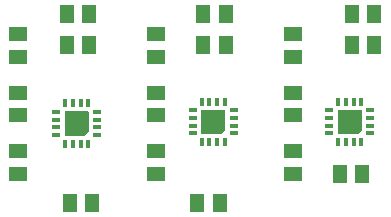
<source format=gbr>
G04 EAGLE Gerber RS-274X export*
G75*
%MOMM*%
%FSLAX34Y34*%
%LPD*%
%INSolderpaste Bottom*%
%IPPOS*%
%AMOC8*
5,1,8,0,0,1.08239X$1,22.5*%
G01*
%ADD10R,1.500000X1.300000*%
%ADD11R,1.300000X1.500000*%
%ADD12R,1.000000X1.000000*%
%ADD13R,0.350000X0.700000*%
%ADD14R,0.700000X0.350000*%

G36*
X386176Y628552D02*
X386176Y628552D01*
X386273Y628561D01*
X386296Y628571D01*
X386321Y628575D01*
X386407Y628621D01*
X386496Y628662D01*
X386521Y628683D01*
X386536Y628690D01*
X386553Y628709D01*
X386610Y628755D01*
X389785Y631930D01*
X389842Y632010D01*
X389904Y632085D01*
X389912Y632108D01*
X389927Y632129D01*
X389955Y632222D01*
X389990Y632313D01*
X389993Y632346D01*
X389998Y632362D01*
X389997Y632387D01*
X390004Y632460D01*
X390004Y648335D01*
X390000Y648359D01*
X390003Y648384D01*
X389981Y648479D01*
X389965Y648576D01*
X389953Y648597D01*
X389947Y648621D01*
X389896Y648705D01*
X389850Y648791D01*
X389832Y648808D01*
X389819Y648829D01*
X389743Y648891D01*
X389672Y648958D01*
X389649Y648968D01*
X389630Y648984D01*
X389539Y649018D01*
X389449Y649059D01*
X389425Y649061D01*
X389402Y649070D01*
X389255Y649084D01*
X370205Y649084D01*
X370181Y649080D01*
X370156Y649083D01*
X370061Y649061D01*
X369964Y649045D01*
X369943Y649033D01*
X369919Y649027D01*
X369835Y648976D01*
X369749Y648930D01*
X369732Y648912D01*
X369711Y648899D01*
X369649Y648823D01*
X369582Y648752D01*
X369572Y648729D01*
X369557Y648710D01*
X369522Y648619D01*
X369481Y648529D01*
X369479Y648505D01*
X369470Y648482D01*
X369456Y648335D01*
X369456Y629285D01*
X369460Y629261D01*
X369457Y629236D01*
X369480Y629141D01*
X369495Y629044D01*
X369507Y629023D01*
X369513Y628999D01*
X369564Y628915D01*
X369610Y628829D01*
X369628Y628812D01*
X369641Y628791D01*
X369717Y628729D01*
X369789Y628662D01*
X369811Y628652D01*
X369830Y628637D01*
X369921Y628602D01*
X370011Y628561D01*
X370035Y628559D01*
X370058Y628550D01*
X370205Y628536D01*
X386080Y628536D01*
X386176Y628552D01*
G37*
G36*
X270606Y628552D02*
X270606Y628552D01*
X270703Y628561D01*
X270726Y628571D01*
X270751Y628575D01*
X270837Y628621D01*
X270926Y628662D01*
X270951Y628683D01*
X270966Y628690D01*
X270983Y628709D01*
X271040Y628755D01*
X274215Y631930D01*
X274272Y632010D01*
X274334Y632085D01*
X274342Y632108D01*
X274357Y632129D01*
X274385Y632222D01*
X274420Y632313D01*
X274423Y632346D01*
X274428Y632362D01*
X274427Y632387D01*
X274434Y632460D01*
X274434Y648335D01*
X274430Y648359D01*
X274433Y648384D01*
X274411Y648479D01*
X274395Y648576D01*
X274383Y648597D01*
X274377Y648621D01*
X274326Y648705D01*
X274280Y648791D01*
X274262Y648808D01*
X274249Y648829D01*
X274173Y648891D01*
X274102Y648958D01*
X274079Y648968D01*
X274060Y648984D01*
X273969Y649018D01*
X273879Y649059D01*
X273855Y649061D01*
X273832Y649070D01*
X273685Y649084D01*
X254635Y649084D01*
X254611Y649080D01*
X254586Y649083D01*
X254491Y649061D01*
X254394Y649045D01*
X254373Y649033D01*
X254349Y649027D01*
X254265Y648976D01*
X254179Y648930D01*
X254162Y648912D01*
X254141Y648899D01*
X254079Y648823D01*
X254012Y648752D01*
X254002Y648729D01*
X253987Y648710D01*
X253952Y648619D01*
X253911Y648529D01*
X253909Y648505D01*
X253900Y648482D01*
X253886Y648335D01*
X253886Y629285D01*
X253890Y629261D01*
X253887Y629236D01*
X253910Y629141D01*
X253925Y629044D01*
X253937Y629023D01*
X253943Y628999D01*
X253994Y628915D01*
X254040Y628829D01*
X254058Y628812D01*
X254071Y628791D01*
X254147Y628729D01*
X254219Y628662D01*
X254241Y628652D01*
X254260Y628637D01*
X254351Y628602D01*
X254441Y628561D01*
X254465Y628559D01*
X254488Y628550D01*
X254635Y628536D01*
X270510Y628536D01*
X270606Y628552D01*
G37*
G36*
X155036Y627282D02*
X155036Y627282D01*
X155133Y627291D01*
X155156Y627301D01*
X155181Y627305D01*
X155267Y627351D01*
X155356Y627392D01*
X155381Y627413D01*
X155396Y627420D01*
X155413Y627439D01*
X155470Y627485D01*
X158645Y630660D01*
X158702Y630740D01*
X158764Y630815D01*
X158772Y630838D01*
X158787Y630859D01*
X158815Y630952D01*
X158850Y631043D01*
X158853Y631076D01*
X158858Y631092D01*
X158857Y631117D01*
X158864Y631190D01*
X158864Y647065D01*
X158860Y647089D01*
X158863Y647114D01*
X158841Y647209D01*
X158825Y647306D01*
X158813Y647327D01*
X158807Y647351D01*
X158756Y647435D01*
X158710Y647521D01*
X158692Y647538D01*
X158679Y647559D01*
X158603Y647621D01*
X158532Y647688D01*
X158509Y647698D01*
X158490Y647714D01*
X158399Y647748D01*
X158309Y647789D01*
X158285Y647791D01*
X158262Y647800D01*
X158115Y647814D01*
X139065Y647814D01*
X139041Y647810D01*
X139016Y647813D01*
X138921Y647791D01*
X138824Y647775D01*
X138803Y647763D01*
X138779Y647757D01*
X138695Y647706D01*
X138609Y647660D01*
X138592Y647642D01*
X138571Y647629D01*
X138509Y647553D01*
X138442Y647482D01*
X138432Y647459D01*
X138417Y647440D01*
X138382Y647349D01*
X138341Y647259D01*
X138339Y647235D01*
X138330Y647212D01*
X138316Y647065D01*
X138316Y628015D01*
X138320Y627991D01*
X138317Y627966D01*
X138340Y627871D01*
X138355Y627774D01*
X138367Y627753D01*
X138373Y627729D01*
X138424Y627645D01*
X138470Y627559D01*
X138488Y627542D01*
X138501Y627521D01*
X138577Y627459D01*
X138649Y627392D01*
X138671Y627382D01*
X138690Y627367D01*
X138781Y627332D01*
X138871Y627291D01*
X138895Y627289D01*
X138918Y627280D01*
X139065Y627266D01*
X154940Y627266D01*
X155036Y627282D01*
G37*
D10*
X99060Y595020D03*
X99060Y614020D03*
D11*
X400660Y730250D03*
X381660Y730250D03*
X381660Y703580D03*
X400660Y703580D03*
X390500Y594360D03*
X371500Y594360D03*
X159360Y730250D03*
X140360Y730250D03*
X140360Y703580D03*
X159360Y703580D03*
X161900Y570230D03*
X142900Y570230D03*
D10*
X215900Y595020D03*
X215900Y614020D03*
D11*
X274930Y730250D03*
X255930Y730250D03*
X255930Y703580D03*
X274930Y703580D03*
X269850Y570230D03*
X250850Y570230D03*
D10*
X331470Y595020D03*
X331470Y614020D03*
D12*
X148590Y637540D03*
D13*
X158340Y620290D03*
X151840Y620290D03*
X145340Y620290D03*
X138840Y620290D03*
D14*
X131340Y627790D03*
X131340Y634290D03*
X131340Y640790D03*
X131340Y647290D03*
D13*
X138840Y654790D03*
X145340Y654790D03*
X151840Y654790D03*
X158340Y654790D03*
D14*
X165840Y647290D03*
X165840Y640790D03*
X165840Y634290D03*
X165840Y627790D03*
D12*
X264160Y638810D03*
D13*
X273910Y621560D03*
X267410Y621560D03*
X260910Y621560D03*
X254410Y621560D03*
D14*
X246910Y629060D03*
X246910Y635560D03*
X246910Y642060D03*
X246910Y648560D03*
D13*
X254410Y656060D03*
X260910Y656060D03*
X267410Y656060D03*
X273910Y656060D03*
D14*
X281410Y648560D03*
X281410Y642060D03*
X281410Y635560D03*
X281410Y629060D03*
D12*
X379730Y638810D03*
D13*
X389480Y621560D03*
X382980Y621560D03*
X376480Y621560D03*
X369980Y621560D03*
D14*
X362480Y629060D03*
X362480Y635560D03*
X362480Y642060D03*
X362480Y648560D03*
D13*
X369980Y656060D03*
X376480Y656060D03*
X382980Y656060D03*
X389480Y656060D03*
D14*
X396980Y648560D03*
X396980Y642060D03*
X396980Y635560D03*
X396980Y629060D03*
D10*
X99060Y713080D03*
X99060Y694080D03*
X99060Y663550D03*
X99060Y644550D03*
X215900Y713080D03*
X215900Y694080D03*
X215900Y663550D03*
X215900Y644550D03*
X331470Y713080D03*
X331470Y694080D03*
X331470Y663550D03*
X331470Y644550D03*
M02*

</source>
